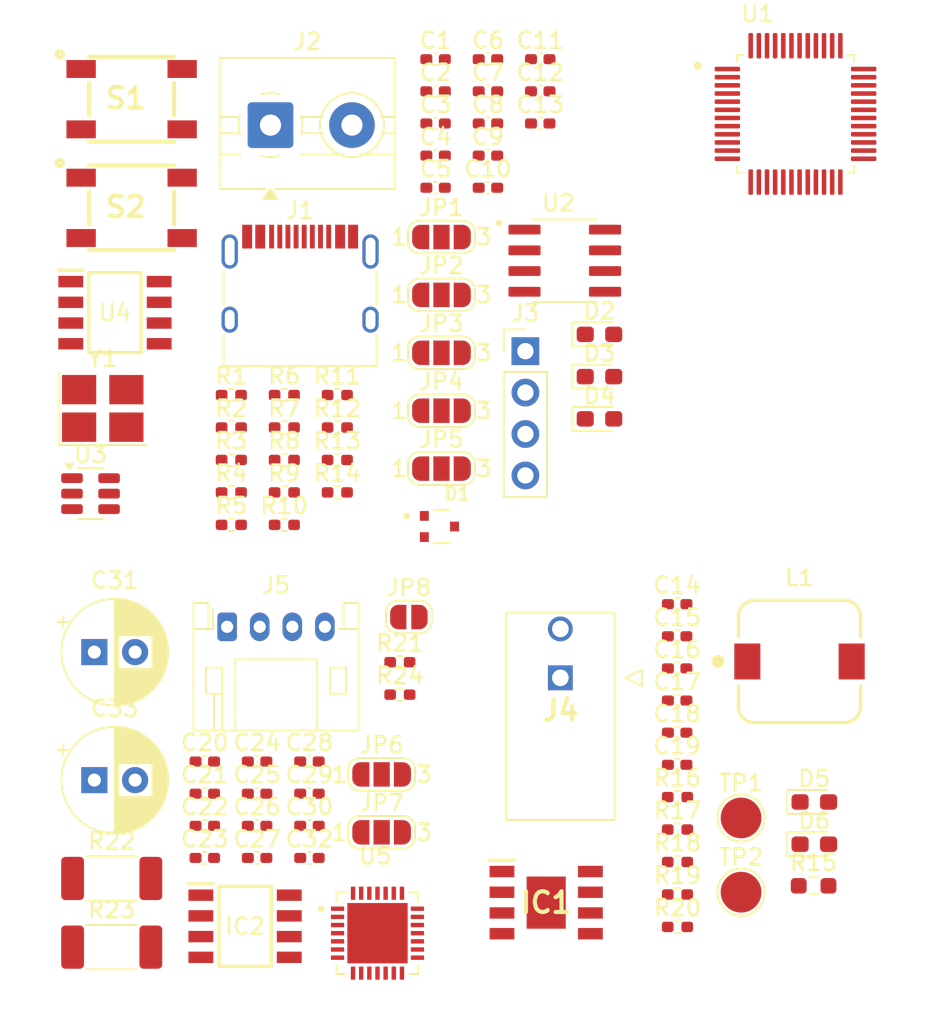
<source format=kicad_pcb>
(kicad_pcb (version 20240108) (generator "pcbnew") (generator_version "8.0")
  (layers (0 "F.Cu" signal) (31 "B.Cu" signal) (34 "B.Paste" user) (35 "F.Paste" user) (36 "B.SilkS" user "B.Silkscreen") (37 "F.SilkS" user "F.Silkscreen") (38 "B.Mask" user) (39 "F.Mask" user) (44 "Edge.Cuts" user))
  (net 0 "")
  (net 1 "+3.3V")
  (net 2 "GND")
  (net 3 "Net-(U3-VBUS)")
  (net 4 "/OSC_IN")
  (net 5 "/OSC_OUT")
  (net 6 "/NRST")
  (net 7 "+12V")
  (net 8 "Net-(IC1-SW)")
  (net 9 "Net-(IC1-BOOT)")
  (net 10 "Net-(C17-Pad1)")
  (net 11 "Net-(IC1-COMP)")
  (net 12 "Net-(U5-CPO)")
  (net 13 "Net-(U5-CPI)")
  (net 14 "Net-(U5-VCP)")
  (net 15 "Net-(U5-5VOUT)")
  (net 16 "/Stepper_Motor_Control/B1")
  (net 17 "/Stepper_Motor_Control/B2")
  (net 18 "/Stepper_Motor_Control/A1")
  (net 19 "/Stepper_Motor_Control/A2")
  (net 20 "Net-(J2-Pin_1)")
  (net 21 "Net-(J2-Pin_2)")
  (net 22 "Net-(D2-K)")
  (net 23 "Net-(D3-K)")
  (net 24 "Net-(D4-K)")
  (net 25 "Net-(D5-A)")
  (net 26 "Net-(D6-A)")
  (net 27 "Net-(IC1-FB)")
  (net 28 "Net-(IC1-EN)")
  (net 29 "/SDA")
  (net 31 "/SCL")
  (net 33 "/MCU_Peripherals/USB2_D+")
  (net 34 "/MCU_Peripherals/USB2_D-")
  (net 35 "Net-(J1-CC1)")
  (net 37 "Net-(J1-CC2)")
  (net 39 "/SWDIO")
  (net 40 "/SWCLK")
  (net 41 "/BOOT0")
  (net 42 "/BOOT1")
  (net 43 "/MCU_Peripherals/E0")
  (net 44 "/MCU_Peripherals/E1")
  (net 45 "/MCU_Peripherals/E2")
  (net 46 "Net-(JP6-C)")
  (net 47 "Net-(JP7-C)")
  (net 48 "/DIAG")
  (net 49 "Net-(JP8-A)")
  (net 50 "Net-(U2-RS)")
  (net 51 "/USB0_D-")
  (net 52 "/MCU_Peripherals/USB1_D-")
  (net 53 "/MCU_Peripherals/USB1_D+")
  (net 54 "/USB0_D+")
  (net 55 "/R_LED")
  (net 56 "/B_LED")
  (net 57 "/G_LED")
  (net 58 "/U_BUTTON")
  (net 59 "Net-(U5-STDBY)")
  (net 60 "Net-(U5-BRB)")
  (net 61 "Net-(U5-BRA)")
  (net 62 "/UART2_RX")
  (net 63 "/UART2_TX")
  (net 65 "/CAN_RX")
  (net 66 "/CAN_TX")
  (net 67 "/WC_EEPROM")
  (net 70 "/DIR")
  (net 71 "/STEP")
  (footprint "Package_TO_SOT_SMD:SOT-23-6" (layer "F.Cu") (at -52.2575 49.615)
    (property "Reference" "U3" (at 0 -2.4 0) (layer "F.SilkS"))
    (property "Value" "USBLC6-2SC6")
    (pad "1" smd roundrect (at -1.1375 -0.95) (size 1.325 0.6) (layers "F.Cu" "F.Paste" "F.Mask") (net 34 "/MCU_Peripherals/USB2_D-"))
    (pad "2" smd roundrect (at -1.1375 0) (size 1.325 0.6) (layers "F.Cu" "F.Paste" "F.Mask") (net 2 "GND"))
    (pad "3" smd roundrect (at -1.1375 0.95) (size 1.325 0.6) (layers "F.Cu" "F.Paste" "F.Mask") (net 33 "/MCU_Peripherals/USB2_D+"))
    (pad "4" smd roundrect (at 1.1375 0.95) (size 1.325 0.6) (layers "F.Cu" "F.Paste" "F.Mask") (net 53 "/MCU_Peripherals/USB1_D+"))
    (pad "5" smd roundrect (at 1.1375 0) (size 1.325 0.6) (layers "F.Cu" "F.Paste" "F.Mask") (net 3 "Net-(U3-VBUS)"))
    (pad "6" smd roundrect (at 1.1375 -0.95) (size 1.325 0.6) (layers "F.Cu" "F.Paste" "F.Mask") (net 52 "/MCU_Peripherals/USB1_D-"))
  )
  (footprint "KSZ_KiCad_Footprint_Library:QFP50P900X900X160-48N" (layer "F.Cu") (at -9.006 26.333)
    (property "Reference" "U1" (at -2.325 -6.135 0) (layer "F.SilkS"))
    (property "Value" "~")
    (pad "1" smd roundrect (at -4.18 -2.75) (size 1.56 0.28) (layers "F.Cu" "F.Paste" "F.Mask") (net 1 "+3.3V"))
    (pad "2" smd roundrect (at -4.18 -2.25) (size 1.56 0.28) (layers "F.Cu" "F.Paste" "F.Mask"))
    (pad "3" smd roundrect (at -4.18 -1.75) (size 1.56 0.28) (layers "F.Cu" "F.Paste" "F.Mask"))
    (pad "4" smd roundrect (at -4.18 -1.25) (size 1.56 0.28) (layers "F.Cu" "F.Paste" "F.Mask"))
    (pad "5" smd roundrect (at -4.18 -0.75) (size 1.56 0.28) (layers "F.Cu" "F.Paste" "F.Mask") (net 4 "/OSC_IN"))
    (pad "6" smd roundrect (at -4.18 -0.25) (size 1.56 0.28) (layers "F.Cu" "F.Paste" "F.Mask") (net 5 "/OSC_OUT"))
    (pad "7" smd roundrect (at -4.18 0.25) (size 1.56 0.28) (layers "F.Cu" "F.Paste" "F.Mask") (net 6 "/NRST"))
    (pad "8" smd roundrect (at -4.18 0.75) (size 1.56 0.28) (layers "F.Cu" "F.Paste" "F.Mask") (net 2 "GND"))
    (pad "9" smd roundrect (at -4.18 1.25) (size 1.56 0.28) (layers "F.Cu" "F.Paste" "F.Mask") (net 1 "+3.3V"))
    (pad "10" smd roundrect (at -4.18 1.75) (size 1.56 0.28) (layers "F.Cu" "F.Paste" "F.Mask"))
    (pad "11" smd roundrect (at -4.18 2.25) (size 1.56 0.28) (layers "F.Cu" "F.Paste" "F.Mask"))
    (pad "12" smd roundrect (at -4.18 2.75) (size 1.56 0.28) (layers "F.Cu" "F.Paste" "F.Mask") (net 63 "/UART2_TX"))
    (pad "13" smd roundrect (at -2.75 4.18) (size 0.28 1.56) (layers "F.Cu" "F.Paste" "F.Mask") (net 62 "/UART2_RX"))
    (pad "14" smd roundrect (at -2.25 4.18) (size 0.28 1.56) (layers "F.Cu" "F.Paste" "F.Mask"))
    (pad "15" smd roundrect (at -1.75 4.18) (size 0.28 1.56) (layers "F.Cu" "F.Paste" "F.Mask"))
    (pad "16" smd roundrect (at -1.25 4.18) (size 0.28 1.56) (layers "F.Cu" "F.Paste" "F.Mask"))
    (pad "17" smd roundrect (at -0.75 4.18) (size 0.28 1.56) (layers "F.Cu" "F.Paste" "F.Mask"))
    (pad "18" smd roundrect (at -0.25 4.18) (size 0.28 1.56) (layers "F.Cu" "F.Paste" "F.Mask") (net 71 "/STEP"))
    (pad "19" smd roundrect (at 0.25 4.18) (size 0.28 1.56) (layers "F.Cu" "F.Paste" "F.Mask"))
    (pad "20" smd roundrect (at 0.75 4.18) (size 0.28 1.56) (layers "F.Cu" "F.Paste" "F.Mask") (net 42 "/BOOT1"))
    (pad "21" smd roundrect (at 1.25 4.18) (size 0.28 1.56) (layers "F.Cu" "F.Paste" "F.Mask") (net 67 "/WC_EEPROM"))
    (pad "22" smd roundrect (at 1.75 4.18) (size 0.28 1.56) (layers "F.Cu" "F.Paste" "F.Mask") (net 48 "/DIAG"))
    (pad "23" smd roundrect (at 2.25 4.18) (size 0.28 1.56) (layers "F.Cu" "F.Paste" "F.Mask") (net 2 "GND"))
    (pad "24" smd roundrect (at 2.75 4.18) (size 0.28 1.56) (layers "F.Cu" "F.Paste" "F.Mask") (net 1 "+3.3V"))
    (pad "25" smd roundrect (at 4.18 2.75) (size 1.56 0.28) (layers "F.Cu" "F.Paste" "F.Mask") (net 70 "/DIR"))
    (pad "26" smd roundrect (at 4.18 2.25) (size 1.56 0.28) (layers "F.Cu" "F.Paste" "F.Mask") (net 57 "/G_LED"))
    (pad "27" smd roundrect (at 4.18 1.75) (size 1.56 0.28) (layers "F.Cu" "F.Paste" "F.Mask") (net 56 "/B_LED"))
    (pad "28" smd roundrect (at 4.18 1.25) (size 1.56 0.28) (layers "F.Cu" "F.Paste" "F.Mask") (net 55 "/R_LED"))
    (pad "29" smd roundrect (at 4.18 0.75) (size 1.56 0.28) (layers "F.Cu" "F.Paste" "F.Mask") (net 66 "/CAN_TX"))
    (pad "30" smd roundrect (at 4.18 0.25) (size 1.56 0.28) (layers "F.Cu" "F.Paste" "F.Mask") (net 65 "/CAN_RX"))
    (pad "31" smd roundrect (at 4.18 -0.25) (size 1.56 0.28) (layers "F.Cu" "F.Paste" "F.Mask"))
    (pad "32" smd roundrect (at 4.18 -0.75) (size 1.56 0.28) (layers "F.Cu" "F.Paste" "F.Mask") (net 51 "/USB0_D-"))
    (pad "33" smd roundrect (at 4.18 -1.25) (size 1.56 0.28) (layers "F.Cu" "F.Paste" "F.Mask") (net 54 "/USB0_D+"))
    (pad "34" smd roundrect (at 4.18 -1.75) (size 1.56 0.28) (layers "F.Cu" "F.Paste" "F.Mask") (net 39 "/SWDIO"))
    (pad "35" smd roundrect (at 4.18 -2.25) (size 1.56 0.28) (layers "F.Cu" "F.Paste" "F.Mask") (net 2 "GND"))
    (pad "36" smd roundrect (at 4.18 -2.75) (size 1.56 0.28) (layers "F.Cu" "F.Paste" "F.Mask") (net 1 "+3.3V"))
    (pad "37" smd roundrect (at 2.75 -4.18) (size 0.28 1.56) (layers "F.Cu" "F.Paste" "F.Mask") (net 40 "/SWCLK"))
    (pad "38" smd roundrect (at 2.25 -4.18) (size 0.28 1.56) (layers "F.Cu" "F.Paste" "F.Mask"))
    (pad "39" smd roundrect (at 1.75 -4.18) (size 0.28 1.56) (layers "F.Cu" "F.Paste" "F.Mask"))
    (pad "40" smd roundrect (at 1.25 -4.18) (size 0.28 1.56) (layers "F.Cu" "F.Paste" "F.Mask"))
    (pad "41" smd roundrect (at 0.75 -4.18) (size 0.28 1.56) (layers "F.Cu" "F.Paste" "F.Mask"))
    (pad "42" smd roundrect (at 0.25 -4.18) (size 0.28 1.56) (layers "F.Cu" "F.Paste" "F.Mask") (net 31 "/SCL"))
    (pad "43" smd roundrect (at -0.25 -4.18) (size 0.28 1.56) (layers "F.Cu" "F.Paste" "F.Mask") (net 29 "/SDA"))
    (pad "44" smd roundrect (at -0.75 -4.18) (size 0.28 1.56) (layers "F.Cu" "F.Paste" "F.Mask") (net 41 "/BOOT0"))
    (pad "45" smd roundrect (at -1.25 -4.18) (size 0.28 1.56) (layers "F.Cu" "F.Paste" "F.Mask"))
    (pad "46" smd roundrect (at -1.75 -4.18) (size 0.28 1.56) (layers "F.Cu" "F.Paste" "F.Mask") (net 58 "/U_BUTTON"))
    (pad "47" smd roundrect (at -2.25 -4.18) (size 0.28 1.56) (layers "F.Cu" "F.Paste" "F.Mask") (net 2 "GND"))
    (pad "48" smd roundrect (at -2.75 -4.18) (size 0.28 1.56) (layers "F.Cu" "F.Paste" "F.Mask") (net 1 "+3.3V"))
  )
  (footprint "LED_SMD:LED_0603_1608Metric_Pad1.05x0.95mm_HandSolder" (layer "F.Cu") (at -7.8525 68.52)
    (property "Reference" "D5" (at 0 -1.43 0) (layer "F.SilkS"))
    (property "Value" "LED")
    (pad "1" smd roundrect (at -0.875 0) (size 1.05 0.95) (layers "F.Cu" "F.Paste" "F.Mask") (net 2 "GND"))
    (pad "2" smd roundrect (at 0.875 0) (size 1.05 0.95) (layers "F.Cu" "F.Paste" "F.Mask") (net 25 "Net-(D5-A)"))
  )
  (footprint "Capacitor_SMD:C_0402_1005Metric_Pad0.74x0.62mm_HandSolder" (layer "F.Cu") (at -38.8275 69.98)
    (property "Reference" "C30" (at 0 -1.16 0) (layer "F.SilkS"))
    (property "Value" "470pF")
    (pad "1" smd roundrect (at -0.5675 0) (size 0.735 0.62) (layers "F.Cu" "F.Paste" "F.Mask") (net 18 "/Stepper_Motor_Control/A1"))
    (pad "2" smd roundrect (at 0.5675 0) (size 0.735 0.62) (layers "F.Cu" "F.Paste" "F.Mask") (net 2 "GND"))
  )
  (footprint "Resistor_SMD:R_0402_1005Metric_Pad0.72x0.64mm_HandSolder" (layer "F.Cu") (at -43.6175 51.53)
    (property "Reference" "R5" (at 0 -1.17 0) (layer "F.SilkS"))
    (property "Value" "120R")
    (pad "1" smd roundrect (at -0.5975 0) (size 0.715 0.64) (layers "F.Cu" "F.Paste" "F.Mask") (net 20 "Net-(J2-Pin_1)"))
    (pad "2" smd roundrect (at 0.5975 0) (size 0.715 0.64) (layers "F.Cu" "F.Paste" "F.Mask") (net 21 "Net-(J2-Pin_2)"))
  )
  (footprint "Resistor_SMD:R_0402_1005Metric_Pad0.72x0.64mm_HandSolder" (layer "F.Cu") (at -16.2475 72.2)
    (property "Reference" "R18" (at 0 -1.17 0) (layer "F.SilkS"))
    (property "Value" "13k")
    (pad "1" smd roundrect (at -0.5975 0) (size 0.715 0.64) (layers "F.Cu" "F.Paste" "F.Mask") (net 27 "Net-(IC1-FB)"))
    (pad "2" smd roundrect (at 0.5975 0) (size 0.715 0.64) (layers "F.Cu" "F.Paste" "F.Mask") (net 2 "GND"))
  )
  (footprint "TestPoint:TestPoint_Pad_D2.5mm" (layer "F.Cu") (at -12.3475 74.05)
    (property "Reference" "TP2" (at 0 -2.148 0) (layer "F.SilkS"))
    (property "Value" "3.3V")
    (pad "1" smd circle (at 0 0) (size 2.5 2.5) (layers "F.Cu" "F.Mask") (net 1 "+3.3V"))
  )
  (footprint "Capacitor_SMD:C_0402_1005Metric_Pad0.74x0.62mm_HandSolder" (layer "F.Cu") (at -16.2675 62.3)
    (property "Reference" "C17" (at 0 -1.16 0) (layer "F.SilkS"))
    (property "Value" "10nF")
    (pad "1" smd roundrect (at -0.5675 0) (size 0.735 0.62) (layers "F.Cu" "F.Paste" "F.Mask") (net 10 "Net-(C17-Pad1)"))
    (pad "2" smd roundrect (at 0.5675 0) (size 0.735 0.62) (layers "F.Cu" "F.Paste" "F.Mask") (net 11 "Net-(IC1-COMP)"))
  )
  (footprint "Resistor_SMD:R_0402_1005Metric_Pad0.72x0.64mm_HandSolder" (layer "F.Cu") (at -43.6175 45.56)
    (property "Reference" "R2" (at 0 -1.17 0) (layer "F.SilkS"))
    (property "Value" "5.1k")
    (pad "1" smd roundrect (at -0.5975 0) (size 0.715 0.64) (layers "F.Cu" "F.Paste" "F.Mask") (net 37 "Net-(J1-CC2)"))
    (pad "2" smd roundrect (at 0.5975 0) (size 0.715 0.64) (layers "F.Cu" "F.Paste" "F.Mask") (net 2 "GND"))
  )
  (footprint "KSZ_KiCad_Footprint_Library:TVS_PESD2CANFD24V-UX" (layer "F.Cu") (at -30.8525 51.63)
    (property "Reference" "D1" (at 1.09 -2.008 0) (layer "F.SilkS") (effects (font (size 0.8 0.8))))
    (property "Value" "PESD2CANFD24V-UX")
    (pad "1" smd rect (at -0.925 -0.65) (size 0.55 0.6) (layers "F.Cu" "F.Mask") (net 21 "Net-(J2-Pin_2)"))
    (pad "2" smd rect (at -0.925 0.65) (size 0.55 0.6) (layers "F.Cu" "F.Mask") (net 20 "Net-(J2-Pin_1)"))
    (pad "3" smd rect (at 0.925 0) (size 0.55 0.6) (layers "F.Cu" "F.Mask") (net 2 "GND"))
  )
  (footprint "Capacitor_SMD:C_0402_1005Metric_Pad0.74x0.62mm_HandSolder" (layer "F.Cu") (at -24.6675 22.98)
    (property "Reference" "C11" (at 0 -1.16 0) (layer "F.SilkS"))
    (property "Value" "C")
    (pad "1" smd roundrect (at -0.5675 0) (size 0.735 0.62) (layers "F.Cu" "F.Paste" "F.Mask") (net 5 "/OSC_OUT"))
    (pad "2" smd roundrect (at 0.5675 0) (size 0.735 0.62) (layers "F.Cu" "F.Paste" "F.Mask") (net 2 "GND"))
  )
  (footprint "Jumper:SolderJumper-3_P1.3mm_Open_RoundedPad1.0x1.5mm_NumberLabels" (layer "F.Cu") (at -30.7275 44.53)
    (property "Reference" "JP4" (at 0 -1.8 0) (layer "F.SilkS"))
    (property "Value" "SolderJumper_3_Open")
    (fp_text user "3" (at 2.6 0 0) (layer "F.SilkS"))
    (fp_text user "1" (at -2.6 0 0) (layer "F.SilkS"))
    (pad "1" smd custom (at -1.3 0) (size 1 0.5) (layers "F.Cu" "F.Mask") (net 1 "+3.3V") (options (clearance outline) (anchor rect)) (primitives (gr_circle (center 0 0.25) (end 0.5 0.25) (width 0) (fill yes)) (gr_circle (center 0 -0.25) (end 0.5 -0.25) (width 0) (fill yes)) (gr_poly (pts (xy 0.55 0.75) (xy 0 0.75) (xy 0 -0.75) (xy 0.55 -0.75)) (width 0) (fill yes))))
    (pad "2" smd rect (at 0 0) (size 1 1.5) (layers "F.Cu" "F.Mask") (net 44 "/MCU_Peripherals/E1"))
    (pad "3" smd custom (at 1.3 0) (size 1 0.5) (layers "F.Cu" "F.Mask") (net 2 "GND") (options (clearance outline) (anchor rect)) (primitives (gr_circle (center 0 0.25) (end 0.5 0.25) (width 0) (fill yes)) (gr_circle (center 0 -0.25) (end 0.5 -0.25) (width 0) (fill yes)) (gr_poly (pts (xy 0 0.75) (xy -0.55 0.75) (xy -0.55 -0.75) (xy 0 -0.75)) (width 0) (fill yes))))
  )
  (footprint "KSZ_KiCad_Footprint_Library:43045-02YY" (layer "F.Cu") (at -23.4325 60.9092)
    (property "Reference" "J4" (at 0 2 0) (layer "F.SilkS") (effects (font (size 1.27 1.27) (thickness 0.254))))
    (property "Value" "43045-0200" (hide yes))
    (pad "" np_thru_hole circle (at 0 4.32) (size 3 3) (drill 3) (layers "*.Cu" "*.Mask"))
    (pad "1" thru_hole rect (at 0 0) (size 1.52 1.52) (drill 1.02) (layers "*.Cu" "*.Mask") (net 2 "GND"))
    (pad "2" thru_hole circle (at 0 -3) (size 1.52 1.52) (drill 1.02) (layers "*.Cu" "*.Mask") (net 7 "+12V"))
  )
  (footprint "Resistor_SMD:R_0402_1005Metric_Pad0.72x0.64mm_HandSolder" (layer "F.Cu") (at -37.1175 45.56)
    (property "Reference" "R12" (at 0 -1.17 0) (layer "F.SilkS"))
    (property "Value" "4.7k")
    (pad "1" smd roundrect (at -0.5975 0) (size 0.715 0.64) (layers "F.Cu" "F.Paste" "F.Mask") (net 1 "+3.3V"))
    (pad "2" smd roundrect (at 0.5975 0) (size 0.715 0.64) (layers "F.Cu" "F.Paste" "F.Mask") (net 31 "/SCL"))
  )
  (footprint "Jumper:SolderJumper-3_P1.3mm_Open_RoundedPad1.0x1.5mm_NumberLabels" (layer "F.Cu") (at -30.7275 48.08)
    (property "Reference" "JP5" (at 0 -1.8 0) (layer "F.SilkS"))
    (property "Value" "SolderJumper_3_Open")
    (fp_text user "1" (at -2.6 0 0) (layer "F.SilkS"))
    (fp_text user "3" (at 2.6 0 0) (layer "F.SilkS"))
    (pad "1" smd custom (at -1.3 0) (size 1 0.5) (layers "F.Cu" "F.Mask") (net 1 "+3.3V") (options (clearance outline) (anchor rect)) (primitives (gr_circle (center 0 0.25) (end 0.5 0.25) (width 0) (fill yes)) (gr_circle (center 0 -0.25) (end 0.5 -0.25) (width 0) (fill yes)) (gr_poly (pts (xy 0.55 0.75) (xy 0 0.75) (xy 0 -0.75) (xy 0.55 -0.75)) (width 0) (fill yes))))
    (pad "2" smd rect (at 0 0) (size 1 1.5) (layers "F.Cu" "F.Mask") (net 45 "/MCU_Peripherals/E2"))
    (pad "3" smd custom (at 1.3 0) (size 1 0.5) (layers "F.Cu" "F.Mask") (net 2 "GND") (options (clearance outline) (anchor rect)) (primitives (gr_circle (center 0 0.25) (end 0.5 0.25) (width 0) (fill yes)) (gr_circle (center 0 -0.25) (end 0.5 -0.25) (width 0) (fill yes)) (gr_poly (pts (xy 0 0.75) (xy -0.55 0.75) (xy -0.55 -0.75) (xy 0 -0.75)) (width 0) (fill yes))))
  )
  (footprint "Resistor_SMD:R_0402_1005Metric_Pad0.72x0.64mm_HandSolder" (layer "F.Cu") (at -40.3675 43.57)
    (property "Reference" "R6" (at 0 -1.17 0) (layer "F.SilkS"))
    (property "Value" "0R")
    (pad "1" smd roundrect (at -0.5975 0) (size 0.715 0.64) (layers "F.Cu" "F.Paste" "F.Mask") (net 52 "/MCU_Peripherals/USB1_D-"))
    (pad "2" smd roundrect (at 0.5975 0) (size 0.715 0.64) (layers "F.Cu" "F.Paste" "F.Mask") (net 51 "/USB0_D-"))
  )
  (footprint "Capacitor_SMD:C_0402_1005Metric_Pad0.74x0.62mm_HandSolder" (layer "F.Cu") (at -31.0875 24.95)
    (property "Reference" "C2" (at 0 -1.16 0) (layer "F.SilkS"))
    (property "Value" "100nF")
    (pad "1" smd roundrect (at -0.5675 0) (size 0.735 0.62) (layers "F.Cu" "F.Paste" "F.Mask") (net 1 "+3.3V"))
    (pad "2" smd roundrect (at 0.5675 0) (size 0.735 0.62) (layers "F.Cu" "F.Paste" "F.Mask") (net 2 "GND"))
  )
  (footprint "Capacitor_SMD:C_0402_1005Metric_Pad0.74x0.62mm_HandSolder" (layer "F.Cu") (at -16.2675 56.39)
    (property "Reference" "C14" (at 0 -1.16 0) (layer "F.SilkS"))
    (property "Value" "0.1uF")
    (pad "1" smd roundrect (at -0.5675 0) (size 0.735 0.62) (layers "F.Cu" "F.Paste" "F.Mask") (net 2 "GND"))
    (pad "2" smd roundrect (at 0.5675 0) (size 0.735 0.62) (layers "F.Cu" "F.Paste" "F.Mask") (net 7 "+12V"))
  )
  (footprint "KSZ_KiCad_Footprint_Library:SOIC127P599X175-8N" (layer "F.Cu") (at -23.1625 35.3325)
    (property "Reference" "U2" (at -0.385 -3.537 0) (layer "F.SilkS"))
    (property "Value" "SN65HVD230DR")
    (pad "1" smd roundrect (at -2.47 -1.905) (size 1.97 0.6) (layers "F.Cu" "F.Paste" "F.Mask") (roundrect_rratio 0.125) (net 66 "/CAN_TX"))
    (pad "2" smd roundrect (at -2.47 -0.635) (size 1.97 0.6) (layers "F.Cu" "F.Paste" "F.Mask") (roundrect_rratio 0.125) (net 2 "GND"))
    (pad "3" smd roundrect (at -2.47 0.635) (size 1.97 0.6) (layers "F.Cu" "F.Paste" "F.Mask") (roundrect_rratio 0.125) (net 1 "+3.3V"))
    (pad "4" smd roundrect (at -2.47 1.905) (size 1.97 0.6) (layers "F.Cu" "F.Paste" "F.Mask") (roundrect_rratio 0.125) (net 65 "/CAN_RX"))
    (pad "5" smd roundrect (at 2.47 1.905) (size 1.97 0.6) (layers "F.Cu" "F.Paste" "F.Mask") (roundrect_rratio 0.125))
    (pad "6" smd roundrect (at 2.47 0.635) (size 1.97 0.6) (layers "F.Cu" "F.Paste" "F.Mask") (roundrect_rratio 0.125) (net 21 "Net-(J2-Pin_2)"))
    (pad "7" smd roundrect (at 2.47 -0.635) (size 1.97 0.6) (layers "F.Cu" "F.Paste" "F.Mask") (roundrect_rratio 0.125) (net 20 "Net-(J2-Pin_1)"))
    (pad "8" smd roundrect (at 2.47 -1.905) (size 1.97 0.6) (layers "F.Cu" "F.Paste" "F.Mask") (roundrect_rratio 0.125) (net 50 "Net-(U2-RS)"))
  )
  (footprint "Resistor_SMD:R_0402_1005Metric_Pad0.72x0.64mm_HandSolder" (layer "F.Cu") (at -40.3675 45.56)
    (property "Reference" "R7" (at 0 -1.17 0) (layer "F.SilkS"))
    (property "Value" "0R")
    (pad "1" smd roundrect (at -0.5975 0) (size 0.715 0.64) (layers "F.Cu" "F.Paste" "F.Mask") (net 53 "/MCU_Peripherals/USB1_D+"))
    (pad "2" smd roundrect (at 0.5975 0) (size 0.715 0.64) (layers "F.Cu" "F.Paste" "F.Mask") (net 54 "/USB0_D+"))
  )
  (footprint "Capacitor_SMD:C_0402_1005Metric_Pad0.74x0.62mm_HandSolder" (layer "F.Cu") (at -42.0375 68.01)
    (property "Reference" "C25" (at 0 -1.16 0) (layer "F.SilkS"))
    (property "Value" "100nF")
    (pad "1" smd roundrect (at -0.5675 0) (size 0.735 0.62) (layers "F.Cu" "F.Paste" "F.Mask") (net 7 "+12V"))
    (pad "2" smd roundrect (at 0.5675 0) (size 0.735 0.62) (layers "F.Cu" "F.Paste" "F.Mask") (net 2 "GND"))
  )
  (footprint "Capacitor_SMD:C_0402_1005Metric_Pad0.74x0.62mm_HandSolder" (layer "F.Cu") (at -16.2675 60.33)
    (property "Reference" "C16" (at 0 -1.16 0) (layer "F.SilkS"))
    (property "Value" "0.1uF")
    (pad "1" smd roundrect (at -0.5675 0) (size 0.735 0.62) (layers "F.Cu" "F.Paste" "F.Mask") (net 9 "Net-(IC1-BOOT)"))
    (pad "2" smd roundrect (at 0.5675 0) (size 0.735 0.62) (layers "F.Cu" "F.Paste" "F.Mask") (net 8 "Net-(IC1-SW)"))
  )
  (footprint "Capacitor_SMD:C_0402_1005Metric_Pad0.74x0.62mm_HandSolder" (layer "F.Cu") (at -27.8775 30.86)
    (property "Reference" "C10" (at 0 -1.16 0) (layer "F.SilkS"))
    (property "Value" "C")
    (pad "1" smd roundrect (at -0.5675 0) (size 0.735 0.62) (layers "F.Cu" "F.Paste" "F.Mask") (net 4 "/OSC_IN"))
    (pad "2" smd roundrect (at 0.5675 0) (size 0.735 0.62) (layers "F.Cu" "F.Paste" "F.Mask") (net 2 "GND"))
  )
  (footprint "Capacitor_SMD:C_0402_1005Metric_Pad0.74x0.62mm_HandSolder" (layer "F.Cu") (at -31.0875 22.98)
    (property "Reference" "C1" (at 0 -1.16 0) (layer "F.SilkS"))
    (property "Value" "100nF")
    (pad "1" smd roundrect (at -0.5675 0) (size 0.735 0.62) (layers "F.Cu" "F.Paste" "F.Mask") (net 1 "+3.3V"))
    (pad "2" smd roundrect (at 0.5675 0) (size 0.735 0.62) (layers "F.Cu" "F.Paste" "F.Mask") (net 2 "GND"))
  )
  (footprint "Capacitor_SMD:C_0402_1005Metric_Pad0.74x0.62mm_HandSolder" (layer "F.Cu") (at -42.0375 69.98)
    (property "Reference" "C26" (at 0 -1.16 0) (layer "F.SilkS"))
    (property "Value" "470pF")
    (pad "1" smd roundrect (at -0.5675 0) (size 0.735 0.62) (layers "F.Cu" "F.Paste" "F.Mask") (net 16 "/Stepper_Motor_Control/B1"))
    (pad "2" smd roundrect (at 0.5675 0) (size 0.735 0.62) (layers "F.Cu" "F.Paste" "F.Mask") (net 2 "GND"))
  )
  (footprint "Capacitor_SMD:C_0402_1005Metric_Pad0.74x0.62mm_HandSolder" (layer "F.Cu") (at -31.0875 26.92)
    (property "Reference" "C3" (at 0 -1.16 0) (layer "F.SilkS"))
    (property "Value" "100nF")
    (pad "1" smd roundrect (at -0.5675 0) (size 0.735 0.62) (layers "F.Cu" "F.Paste" "F.Mask") (net 1 "+3.3V"))
    (pad "2" smd roundrect (at 0.5675 0) (size 0.735 0.62) (layers "F.Cu" "F.Paste" "F.Mask") (net 2 "GND"))
  )
  (footprint "Jumper:SolderJumper-3_P1.3mm_Open_RoundedPad1.0x1.5mm_NumberLabels" (layer "F.Cu") (at -30.7275 37.43)
    (property "Reference" "JP2" (at 0 -1.8 0) (layer "F.SilkS"))
    (property "Value" "SolderJumper_3_Open")
    (fp_text user "3" (at 2.6 0 0) (layer "F.SilkS"))
    (fp_text user "1" (at -2.6 0 0) (layer "F.SilkS"))
    (pad "1" smd custom (at -1.3 0) (size 1 0.5) (layers "F.Cu" "F.Mask") (net 1 "+3.3V") (options (clearance outline) (anchor rect)) (primitives (gr_circle (center 0 0.25) (end 0.5 0.25) (width 0) (fill yes)) (gr_circle (center 0 -0.25) (end 0.5 -0.25) (width 0) (fill yes)) (gr_poly (pts (xy 0.55 0.75) (xy 0 0.75) (xy 0 -0.75) (xy 0.55 -0.75)) (width 0) (fill yes))))
    (pad "2" smd rect (at 0 0) (size 1 1.5) (layers "F.Cu" "F.Mask") (net 42 "/BOOT1"))
    (pad "3" smd custom (at 1.3 0) (size 1 0.5) (layers "F.Cu" "F.Mask") (net 2 "GND") (options (clearance outline) (anchor rect)) (primitives (gr_circle (center 0 0.25) (end 0.5 0.25) (width 0) (fill yes)) (gr_circle (center 0 -0.25) (end 0.5 -0.25) (width 0) (fill yes)) (gr_poly (pts (xy 0 0.75) (xy -0.55 0.75) (xy -0.55 -0.75) (xy 0 -0.75)) (width 0) (fill yes))))
  )
  (footprint "Jumper:SolderJumper-3_P1.3mm_Open_RoundedPad1.0x1.5mm_NumberLabels" (layer "F.Cu") (at -30.7275 33.88)
    (property "Reference" "JP1" (at 0 -1.8 0) (layer "F.SilkS"))
    (property "Value" "SolderJumper_3_Open")
    (fp_text user "3" (at 2.6 0 0) (layer "F.SilkS"))
    (fp_text user "1" (at -2.6 0 0) (layer "F.SilkS"))
    (pad "1" smd custom (at -1.3 0) (size 1 0.5) (layers "F.Cu" "F.Mask") (net 1 "+3.3V") (options (clearance outline) (anchor rect)) (primitives (gr_circle (center 0 0.25) (end 0.5 0.25) (width 0) (fill yes)) (gr_circle (center 0 -0.25) (end 0.5 -0.25) (width 0) (fill yes)) (gr_poly (pts (xy 0.55 0.75) (xy 0 0.75) (xy 0 -0.75) (xy 0.55 -0.75)) (width 0) (fill yes))))
    (pad "2" smd rect (at 0 0) (size 1 1.5) (layers "F.Cu" "F.Mask") (net 41 "/BOOT0"))
    (pad "3" smd custom (at 1.3 0) (size 1 0.5) (layers "F.Cu" "F.Mask") (net 2 "GND") (options (clearance outline) (anchor rect)) (primitives (gr_circle (center 0 0.25) (end 0.5 0.25) (width 0) (fill yes)) (gr_circle (center 0 -0.25) (end 0.5 -0.25) (width 0) (fill yes)) (gr_poly (pts (xy 0 0.75) (xy -0.55 0.75) (xy -0.55 -0.75) (xy 0 -0.75)) (width 0) (fill yes))))
  )
  (footprint "Resistor_SMD:R_0402_1005Metric_Pad0.72x0.64mm_HandSolder" (layer "F.Cu") (at -37.1175 43.57)
    (property "Reference" "R11" (at 0 -1.17 0) (layer "F.SilkS"))
    (property "Value" "4.7k")
    (pad "1" smd roundrect (at -0.5975 0) (size 0.715 0.64) (layers "F.Cu" "F.Paste" "F.Mask") (net 1 "+3.3V"))
    (pad "2" smd roundrect (at 0.5975 0) (size 0.715 0.64) (layers "F.Cu" "F.Paste" "F.Mask") (net 29 "/SDA"))
  )
  (footprint "Connector_USB:USB_C_Receptacle_HRO_TYPE-C-31-M-12" (layer "F.Cu") (at -39.3975 37.9)
    (property "Reference" "J1" (at 0 -5.645 0) (layer "F.SilkS"))
    (property "Value" "USB_C_Receptacle_USB2.0_16P")
    (pad "" np_thru_hole circle (at -2.89 -2.6) (size 0.65 0.65) (drill 0.65) (layers "*.Cu" "*.Mask"))
    (pad "" np_thru_hole circle (at 2.89 -2.6) (size 0.65 0.65) (drill 0.65) (layers "*.Cu" "*.Mask"))
    (pad "A1" smd rect (at -3.25 -4.045) (size 0.6 1.45) (layers "F.Cu" "F.Paste" "F.Mask") (net 2 "GND"))
    (pad "A4" smd rect (at -2.45 -4.045) (size 0.6 1.45) (layers "F.Cu" "F.Paste" "F.Mask") (net 3 "Net-(U3-VBUS)"))
    (pad "A5" smd rect (at -1.25 -4.045) (size 0.3 1.45) (layers "F.Cu" "F.Paste" "F.Mask") (net 35 "Net-(J1-CC1)"))
    (pad "A6" smd rect (at -0.25 -4.045) (size 0.3 1.45) (layers "F.Cu" "F.Paste" "F.Mask") (net 33 "/MCU_Peripherals/USB2_D+"))
    (pad "A7" smd rect (at 0.25 -4.045) (size 0.3 1.45) (layers "F.Cu" "F.Paste" "F.Mask") (net 34 "/MCU_Peripherals/USB2_D-"))
    (pad "A8" smd rect (at 1.25 -4.045) (size 0.3 1.45) (layers "F.Cu" "F.Paste" "F.Mask"))
    (pad "A9" smd rect (at 2.45 -4.045) (size 0.6 1.45) (layers "F.Cu" "F.Paste" "F.Mask") (net 3 "Net-(U3-VBUS)"))
    (pad "A12" smd rect (at 3.25 -4.045) (size 0.6 1.45) (layers "F.Cu" "F.Paste" "F.Mask") (net 2 "GND"))
    (pad "B1" smd rect (at 3.25 -4.045) (size 0.6 1.45) (layers "F.Cu" "F.Paste" "F.Mask") (net 2 "GND"))
    (pad "B4" smd rect (at 2.45 -4.045) (size 0.6 1.45) (layers "F.Cu" "F.Paste" "F.Mask") (net 3 "Net-(U3-VBUS)"))
    (pad "B5" smd rect (at 1.75 -4.045) (size 0.3 1.45) (layers "F.Cu" "F.Paste" "F.Mask") (net 37 "Net-(J1-CC2)"))
    (pad "B6" smd rect (at 0.75 -4.045) (size 0.3 1.45) (layers "F.Cu" "F.Paste" "F.Mask") (net 33 "/MCU_Peripherals/USB2_D+"))
    (pad "B7" smd rect (at -0.75 -4.045) (size 0.3 1.45) (layers "F.Cu" "F.Paste" "F.Mask") (net 34 "/MCU_Peripherals/USB2_D-"))
    (pad "B8" smd rect (at -1.75 -4.045) (size 0.3 1.45) (layers "F.Cu" "F.Paste" "F.Mask"))
    (pad "B9" smd rect (at -2.45 -4.045) (size 0.6 1.45) (layers "F.Cu" "F.Paste" "F.Mask") (net 3 "Net-(U3-VBUS)"))
    (pad "B12" smd rect (at -3.25 -4.045) (size 0.6 1.45) (layers "F.Cu" "F.Paste" "F.Mask") (net 2 "GND"))
    (pad "S1" thru_hole oval (at -4.32 -3.13) (size 1 2.1) (drill oval 0.6 1.7) (property pad_prop_heatsink) (layers "*.Cu" "*.Mask") (net 2 "GND"))
    (pad "S1" thru_hole oval (at -4.32 1.05) (size 1 1.6) (drill oval 0.6 1.2) (property pad_prop_heatsink) (layers "*.Cu" "*.Mask") (net 2 "GND"))
    (pad "S1" thru_hole oval (at 4.32 -3.13) (size 1 2.1) (drill oval 0.6 1.7) (property pad_prop_heatsink) (layers "*.Cu" "*.Mask") (net 2 "GND"))
    (pad "S1" thru_hole oval (at 4.32 1.05) (size 1 1.6) (drill oval 0.6 1.2) (property pad_prop_heatsink) (layers "*.Cu" "*.Mask") (net 2 "GND"))
  )
  (footprint "Jumper:SolderJumper-3_P1.3mm_Open_RoundedPad1.0x1.5mm_NumberLabels" (layer "F.Cu") (at -34.3975 66.83)
    (property "Reference" "JP6" (at 0 -1.8 0) (layer "F.SilkS"))
    (property "Value" "SolderJumper_3_Open")
    (fp_text user "1" (at -2.6 0 0) (layer "F.SilkS"))
    (fp_text user "3" (at 2.6 0 0) (layer "F.SilkS"))
    (pad "1" smd custom (at -1.3 0) (size 1 0.5) (layers "F.Cu" "F.Mask") (net 1 "+3.3V") (options (clearance outline) (anchor rect)) (primitives (gr_circle (center 0 0.25) (end 0.5 0.25) (width 0) (fill yes)) (gr_circle (center 0 -0.25) (end 0.5 -0.25) (width 0) (fill yes)) (gr_poly (pts (xy 0.55 0.75) (xy 0 0.75) (xy 0 -0.75) (xy 0.55 -0.75)) (width 0) (fill yes))))
    (pad "2" smd rect (at 0 0) (size 1 1.5) (layers "F.Cu" "F.Mask") (net 46 "Net-(JP6-C)"))
    (pad "3" smd custom (at 1.3 0) (size 1 0.5) (layers "F.Cu" "F.Mask") (net 2 "GND") (options (clearance outline) (anchor rect)) (primitives (gr_circle (center 0 0.25) (end 0.5 0.25) (width 0) (fill yes)) (gr_circle (center 0 -0.25) (end 0.5 -0.25) (width 0) (fill yes)) (gr_poly (pts (xy 0 0.75) (xy -0.55 0.75) (xy -0.55 -0.75) (xy 0 -0.75)) (width 0) (fill yes))))
  )
  (footprint "Resistor_SMD:R_0402_1005Metric_Pad0.72x0.64mm_HandSolder" (layer "F.Cu") (at -37.1175 49.54)
    (property "Reference" "R14" (at 0 -1.17 0) (layer "F.SilkS"))
    (property "Value" "10k")
    (pad "1" smd roundrect (at -0.5975 0) (size 0.715 0.64) (layers "F.Cu" "F.Paste" "F.Mask") (net 1 "+3.3V"))
    (pad "2" smd roundrect (at 0.5975 0) (size 0.715 0.64) (layers "F.Cu" "F.Paste" "F.Mask") (net 58 "/U_BUTTON"))
  )
  (footprint "KSZ_KiCad_Footprint_Library:SOIC127P600X175-8N" (layer "F.Cu") (at -42.7775 76.14)
    (property "Reference" "IC2" (at 0 0 0) (layer "F.SilkS"))
    (property "Value" "AS5600-ASOT")
    (pad "1" smd rect (at -2.712 -1.905) (size 1.525 0.7) (layers "F.Cu" "F.Paste" "F.Mask") (net 1 "+3.3V"))
    (pad "2" smd rect (at -2.712 -0.635) (size 1.525 0.7) (layers "F.Cu" "F.Paste" "F.Mask") (net 1 "+3.3V"))
    (pad "3" smd rect (at -2.712 0.635) (size 1.525 0.7) (layers "F.Cu" "F.Paste" "F.Mask"))
    (pad "4" smd rect (at -2.712 1.905) (size 1.525 0.7) (layers "F.Cu" "F.Paste" "F.Mask") (net 2 "GND"))
    (pad "5" smd rect (at 2.712 1.905) (size 1.525 0.7) (layers "F.Cu" "F.Paste" "F.Mask"))
    (pad "6" smd rect (at 2.712 0.635) (size 1.525 0.7) (layers "F.Cu" "F.Paste" "F.Mask") (net 29 "/SDA"))
    (pad "7" smd rect (at 2.712 -0.635) (size 1.525 0.7) (layers "F.Cu" "F.Paste" "F.Mask") (net 31 "/SCL"))
    (pad "8" smd rect (at 2.712 -1.905) (size 1.525 0.7) (layers "F.Cu" "F.Paste" "F.Mask") (net 2 "GND"))
  )
  (footprint "Capacitor_SMD:C_0402_1005Metric_Pad0.74x0.62mm_HandSolder" (layer "F.Cu") (at -38.8275 66.04)
    (property "Reference" "C28" (at 0 -1.16 0) (layer "F.SilkS"))
    (property "Value" "470pF")
    (pad "1" smd roundrect (at -0.5675 0) (size 0.735 0.62) (layers "F.Cu" "F.Paste" "F.Mask") (net 17 "/Stepper_Motor_Control/B2"))
    (pad "2" smd roundrect (at 0.5675 0) (size 0.735 0.62) (layers "F.Cu" "F.Paste" "F.Mask") (net 2 "GND"))
  )
  (footprint "Capacitor_SMD:C_0402_1005Metric_Pad0.74x0.62mm_HandSolder" (layer "F.Cu") (at -27.8775 22.98)
    (property "Reference" "C6" (at 0 -1.16 0) (layer "F.SilkS"))
    (property "Value" "100nF")
    (pad "1" smd roundrect (at -0.5675 0) (size 0.735 0.62) (layers "F.Cu" "F.Paste" "F.Mask") (net 1 "+3.3V"))
    (pad "2" smd roundrect (at 0.5675 0) (size 0.735 0.62) (layers "F.Cu" "F.Paste" "F.Mask") (net 2 "GND"))
  )
  (footprint "LED_SMD:LED_0603_1608Metric_Pad1.05x0.95mm_HandSolder" (layer "F.Cu") (at -7.8525 71.11)
    (property "Reference" "D6" (at 0 -1.43 0) (layer "F.SilkS"))
    (property "Value" "LED")
    (pad "1" smd roundrect (at -0.875 0) (size 1.05 0.95) (layers "F.Cu" "F.Paste" "F.Mask") (net 2 "GND"))
    (pad "2" smd roundrect (at 0.875 0) (size 1.05 0.95) (layers "F.Cu" "F.Paste" "F.Mask") (net 26 "Net-(D6-A)"))
  )
  (footprint "KSZ_KiCad_Footprint_Library:SKQGAKE010" (layer "F.Cu") (at -49.73483 25.43067)
    (property "Reference" "S1" (at -0.37 -0.055 0) (layer "F.SilkS") (effects (font (size 1.27 1.27) (thickness 0.254))))
    (property "Value" "SKQGAKE010" (hide yes))
    (pad "1" smd rect (at -3.1 -1.85 90) (size 1.1 1.8) (layers "F.Cu" "F.Paste" "F.Mask") (net 6 "/NRST"))
    (pad "2" smd rect (at 3.1 -1.85 90) (size 1.1 1.8) (layers "F.Cu" "F.Paste" "F.Mask") (net 6 "/NRST"))
    (pad "3" smd rect (at -3.1 1.85 90) (size 1.1 1.8) (layers "F.Cu" "F.Paste" "F.Mask") (net 2 "GND"))
    (pad "4" smd rect (at 3.1 1.85 90) (size 1.1 1.8) (layers "F.Cu" "F.Paste" "F.Mask") (net 2 "GND"))
  )
  (footprint "Connector_PinHeader_2.54mm:PinHeader_1x04_P2.54mm_Vertical" (layer "F.Cu") (at -25.5775 40.88)
    (property "Reference" "J3" (at 0 -2.33 0) (layer "F.SilkS"))
    (property "Value" "Conn_01x04_Pin")
    (pad "1" thru_hole rect (at 0 0) (size 1.7 1.7) (drill 1) (layers "*.Cu" "*.Mask") (net 2 "GND"))
    (pad "2" thru_hole oval (at 0 2.54) (size 1.7 1.7) (drill 1) (layers "*.Cu" "*.Mask") (net 39 "/SWDIO"))
    (pad "3" thru_hole oval (at 0 5.08) (size 1.7 1.7) (drill 1) (layers "*.Cu" "*.Mask") (net 40 "/SWCLK"))
    (pad "4" thru_hole oval (at 0 7.62) (size 1.7 1.7) (drill 1) (layers "*.Cu" "*.Mask") (net 1 "+3.3V"))
  )
  (footprint "Capacitor_SMD:C_0402_1005Metric_Pad0.74x0.62mm_HandSolder" (layer "F.Cu") (at -24.6675 24.95)
    (property "Reference" "C12" (at 0 -1.16 0) (layer "F.SilkS"))
    (property "Value" "100nF")
    (pad "1" smd roundrect (at -0.5675 0) (size 0.735 0.62) (layers "F.Cu" "F.Paste" "F.Mask") (net 1 "+3.3V"))
    (pad "2" smd roundrect (at 0.5675 0) (size 0.735 0.62) (layers "F.Cu" "F.Paste" "F.Mask") (net 2 "GND"))
  )
  (footprint "Resistor_SMD:R_0603_1608Metric_Pad0.98x0.95mm_HandSolder" (layer "F.Cu") (at -7.8975 73.66)
    (property "Reference" "R15" (at 0 -1.43 0) (layer "F.SilkS"))
    (property "Value" "240k")
    (pad "1" smd roundrect (at -0.9125 0) (size 0.975 0.95) (layers "F.Cu" "F.Paste" "F.Mask") (net 7 "+12V"))
    (pad "2" smd roundrect (at 0.9125 0) (size 0.975 0.95) (layers "F.Cu" "F.Paste" "F.Mask") (net 28 "Net-(IC1-EN)"))
  )
  (footprint "LED_SMD:LED_0603_1608Metric_Pad1.05x0.95mm_HandSolder" (layer "F.Cu") (at -21.0325 39.85)
    (property "Reference" "D2" (at 0 -1.43 0) (layer "F.SilkS"))
    (property "Value" "R_LED")
    (pad "1" smd roundrect (at -0.875 0) (size 1.05 0.95) (layers "F.Cu" "F.Paste" "F.Mask") (net 22 "Net-(D2-K)"))
    (pad "2" smd roundrect (at 0.875 0) (size 1.05 0.95) (layers "F.Cu" "F.Paste" "F.Mask") (net 1 "+3.3V"))
  )
  (footprint "Capacitor_SMD:C_0402_1005Metric_Pad0.74x0.62mm_HandSolder" (layer "F.Cu") (at -45.2475 68.01)
    (property "Reference" "C21" (at 0 -1.16 0) (layer "F.SilkS"))
    (property "Value" "22nF")
    (pad "1" smd roundrect (at -0.5675 0) (size 0.735 0.62) (layers "F.Cu" "F.Paste" "F.Mask") (net 13 "Net-(U5-CPI)"))
    (pad "2" smd roundrect (at 0.5675 0) (size 0.735 0.62) (layers "F.Cu" "F.Paste" "F.Mask") (net 12 "Net-(U5-CPO)"))
  )
  (footprint "KSZ_KiCad_Footprint_Library:SOIC127P600X100-9N" (layer "F.Cu") (at -24.3025 74.69)
    (property "Reference" "IC1" (at 0 0 0) (layer "F.SilkS") (effects (font (size 1.27 1.27) (thickness 0.254))))
    (property "Value" "BD9E303EFJ-LBE2" (hide yes))
    (pad "1" smd rect (at -2.712 -1.905 90) (size 0.7 1.525) (layers "F.Cu" "F.Paste" "F.Mask") (net 9 "Net-(IC1-BOOT)"))
    (pad "2" smd rect (at -2.712 -0.635 90) (size 0.7 1.525) (layers "F.Cu" "F.Paste" "F.Mask") (net 7 "+12V"))
    (pad "3" smd rect (at -2.712 0.635 90) (size 0.7 1.525) (layers "F.Cu" "F.Paste" "F.Mask") (net 28 "Net-(IC1-EN)"))
    (pad "4" smd rect (at -2.712 1.905 90) (size 0.7 1.525) (layers "F.Cu" "F.Paste" "F.Mask") (net 2 "GND"))
    (pad "5" smd rect (at 2.712 1.905 90) (size 0.7 1.525) (layers "F.Cu" "F.Paste" "F.Mask") (net 27 "Net-(IC1-FB)"))
    (pad "6" smd rect (at 2.712 0.635 90) (size 0.7 1.525) (layers "F.Cu" "F.Paste" "F.Mask") (net 11 "Net-(IC1-COMP)"))
    (pad "7" smd rect (at 2.712 -0.635 90) (size 0.7 1.525) (layers "F.Cu" "F.Paste" "F.Mask") (net 2 "GND"))
    (pad "8" smd rect (at 2.712 -1.905 90) (size 0.7 1.525) (layers "F.Cu" "F.Paste" "F.Mask") (net 8 "Net-(IC1-SW)"))
    (pad "9" smd rect (at 0 0) (size 2.4 3.2) (layers "F.Cu" "F.Paste" "F.Mask") (net 2 "GND"))
  )
  (footprint "TerminalBlock:TerminalBlock_MaiXu_MX126-5.0-02P_1x02_P5.00mm" (layer "F.Cu") (at -41.2175 27.02)
    (property "Reference" "J2" (at 2.25 -5.12 0) (layer "F.SilkS"))
    (property "Value" "Conn_01x02_Socket")
    (pad "1" thru_hole roundrect (at 0 0) (size 2.8 2.8) (drill 1.3) (layers "*.Cu" "*.Mask") (roundrect_rratio 0.089286) (net 20 "Net-(J2-Pin_1)"))
    (pad "2" thru_hole circle (at 5 0) (size 2.8 2.8) (drill 1.3) (layers "*.Cu" "*.Mask") (net 21 "Net-(J2-Pin_2)"))
  )
  (footprint "Resistor_SMD:R_0402_1005Metric_Pad0.72x0.64mm_HandSolder" (layer "F.Cu") (at -33.2775 59.95)
    (property "Reference" "R21" (at 0 -1.17 0) (layer "F.SilkS"))
    (property "Value" "100k")
    (pad "1" smd roundrect (at -0.5975 0) (size 0.715 0.64) (layers "F.Cu" "F.Paste" "F.Mask") (net 59 "Net-(U5-STDBY)"))
    (pad "2" smd roundrect (at 0.5975 0) (size 0.715 0.64) (layers "F.Cu" "F.Paste" "F.Mask") (net 2 "GND"))
  )
  (footprint "Jumper:SolderJumper-3_P1.3mm_Open_RoundedPad1.0x1.5mm_NumberLabels" (layer "F.Cu") (at -30.7275 40.98)
    (property "Reference" "JP3" (at 0 -1.8 0) (layer "F.SilkS"))
    (property "Value" "SolderJumper_3_Open")
    (fp_text user "3" (at 2.6 0 0) (layer "F.SilkS"))
    (fp_text user "1" (at -2.6 0 0) (layer "F.SilkS"))
    (pad "1" smd custom (at -1.3 0) (size 1 0.5) (layers "F.Cu" "F.Mask") (net 1 "+3.3V") (options (clearance outline) (anchor rect)) (primitives (gr_circle (center 0 0.25) (end 0.5 0.25) (width 0) (fill yes)) (gr_circle (center 0 -0.25) (end 0.5 -0.25) (width 0) (fill yes)) (gr_poly (pts (xy 0.55 0.75) (xy 0 0.75) (xy 0 -0.75) (xy 0.55 -0.75)) (width 0) (fill yes))))
    (pad "2" smd rect (at 0 0) (size 1 1.5) (layers "F.Cu" "F.Mask") (net 43 "/MCU_Peripherals/E0"))
    (pad "3" smd custom (at 1.3 0) (size 1 0.5) (layers "F.Cu" "F.Mask") (net 2 "GND") (options (clearance outline) (anchor rect)) (primitives (gr_circle (center 0 0.25) (end 0.5 0.25) (width 0) (fill yes)) (gr_circle (center 0 -0.25) (end 0.5 -0.25) (width 0) (fill yes)) (gr_poly (pts (xy 0 0.75) (xy -0.55 0.75) (xy -0.55 -0.75) (xy 0 -0.75)) (width 0) (fill yes))))
  )
  (footprint "Capacitor_SMD:C_0402_1005Metric_Pad0.74x0.62mm_HandSolder" (layer "F.Cu") (at -45.2475 69.98)
    (property "Reference" "C22" (at 0 -1.16 0) (layer "F.SilkS"))
    (property "Value" "100nF")
    (pad "1" smd roundrect (at -0.5675 0) (size 0.735 0.62) (layers "F.Cu" "F.Paste" "F.Mask") (net 7 "+12V"))
    (pad "2" smd roundrect (at 0.5675 0) (size 0.735 0.62) (layers "F.Cu" "F.Paste" "F.Mask") (net 14 "Net-(U5-VCP)"))
  )
  (footprint "KSZ_KiCad_Footprint_Library:WE-PD_7332" (layer "F.Cu") (at -8.7625 59.905)
    (property "Reference" "L1" (at 0 -5.135 0) (layer "F.SilkS"))
    (property "Value" "WE-PD_7332")
    (pad "1" smd rect (at -3.2 0) (size 1.6 2.2) (layers "F.Cu" "F.Paste" "F.Mask") (net 8 "Net-(IC1-SW)"))
    (pad "2" smd rect (at 3.2 0) (size 1.6 2.2) (layers "F.Cu" "F.Paste" "F.Mask") (net 1 "+3.3V"))
  )
  (footprint "Capacitor_SMD:C_0402_1005Metric_Pad0.74x0.62mm_HandSolder" (layer "F.Cu") (at -31.0875 28.89)
    (property "Reference" "C4" (at 0 -1.16 0) (layer "F.SilkS"))
    (property "Value" "10uF")
    (pad "1" smd roundrect (at -0.5675 0) (size 0.735 0.62) (layers "F.Cu" "F.Paste" "F.Mask") (net 1 "+3.3V"))
    (pad "2" smd roundrect (at 0.5675 0) (size 0.735 0.62) (layers "F.Cu" "F.Paste" "F.Mask") (net 2 "GND"))
  )
  (footprint "Capacitor_SMD:C_0402_1005Metric_Pad0.74x0.62mm_HandSolder" (layer "F.Cu") (at -27.8775 24.95)
    (property "Reference" "C7" (at 0 -1.16 0) (layer "F.SilkS"))
    (property "Value" "100nF")
    (pad "1" smd roundrect (at -0.5675 0) (size 0.735 0.62) (layers "F.Cu" "F.Paste" "F.Mask") (net 1 "+3.3V"))
    (pad "2" smd roundrect (at 0.5675 0) (size 0.735 0.62) (layers "F.Cu" "F.Paste" "F.Mask") (net 2 "GND"))
  )
  (footprint "Capacitor_THT:CP_Radial_D6.3mm_P2.50mm" (layer "F.Cu") (at -52.022259 59.33)
    (property "Reference" "C31" (at 1.25 -4.4 0) (layer "F.SilkS"))
    (property "Value" "330uF")
    (pad "1" thru_hole rect (at 0 0) (size 1.6 1.6) (drill 0.8) (layers "*.Cu" "*.Mask") (net 7 "+12V"))
    (pad "2" thru_hole circle (at 2.5 0) (size 1.6 1.6) (drill 0.8) (layers "*.Cu" "*.Mask") (net 2 "GND"))
  )
  (footprint "Capacitor_SMD:C_0402_1005Metric_Pad0.74x0.62mm_HandSolder" (layer "F.Cu") (at -42.0375 66.04)
    (property "Reference" "C24" (at 0 -1.16 0) (layer "F.SilkS"))
    (property "Value" "4.7uF")
    (pad "1" smd roundrect (at -0.5675 0) (size 0.735 0.62) (layers "F.Cu" "F.Paste" "F.Mask") (net 15 "Net-(U5-5VOUT)"))
    (pad "2" smd roundrect (at 0.5675 0) (size 0.735 0.62) (layers "F.Cu" "F.Paste" "F.Mask") (net 2 "GND"))
  )
  (footprint "Resistor_SMD:R_0402_1005Metric_Pad0.72x0.64mm_HandSolder" (layer "F.Cu") (at -16.2475 74.19)
    (property "Reference" "R19" (at 0 -1.17 0) (layer "F.SilkS"))
    (property "Value" "1.5k")
    (pad "1" smd roundrect (at -0.5975 0) (size 0.715 0.64) (layers "F.Cu" "F.Paste" "F.Mask") (net 1 "+3.3V"))
    (pad "2" smd roundrect (at 0.5975 0) (size 0.715 0.64) (layers "F.Cu" "F.Paste" "F.Mask") (net 25 "Net-(D5-A)"))
  )
  (footprint "TestPoint:TestPoint_Pad_D2.5mm" (layer "F.Cu") (at -12.3475 69.5)
    (property "Reference" "TP1" (at 0 -2.148 0) (layer "F.SilkS"))
    (property "Value" "12V")
    (pad "1" smd circle (at 0 0) (size 2.5 2.5) (layers "F.Cu" "F.Mask") (net 7 "+12V"))
  )
  (footprint "Resistor_SMD:R_0402_1005Metric_Pad0.72x0.64mm_HandSolder" (layer "F.Cu") (at -40.3675 47.55)
    (property "Reference" "R8" (at 0 -1.17 0) (layer "F.SilkS"))
    (property "Value" "1.5k")
    (pad "1" smd roundrect (at -0.5975 0) (size 0.715 0.64) (layers "F.Cu" "F.Paste" "F.Mask") (net 22 "Net-(D2-K)"))
    (pad "2" smd roundrect (at 0.5975 0) (size 0.715 0.64) (layers "F.Cu" "F.Paste" "F.Mask") (net 55 "/R_LED"))
  )
  (footprint "Capacitor_SMD:C_0402_1005Metric_Pad0.74x0.62mm_HandSolder" (layer "F.Cu") (at -31.0875 30.86)
    (property "Reference" "C5" (at 0 -1.16 0) (layer "F.SilkS"))
    (property "Value" "100nF")
    (pad "1" smd roundrect (at -0.5675 0) (size 0.735 0.62) (layers "F.Cu" "F.Paste" "F.Mask") (net 3 "Net-(U3-VBUS)"))
    (pad "2" smd roundrect (at 0.5675 0) (size 0.735 0.62) (layers "F.Cu" "F.Paste" "F.Mask") (net 2 "GND"))
  )
  (footprint "Capacitor_SMD:C_0402_1005Metric_Pad0.74x0.62mm_HandSolder" (layer "F.Cu") (at -27.8775 26.92)
    (property "Reference" "C8" (at 0 -1.16 0) (layer "F.SilkS"))
    (property "Value" "100nF")
    (pad "1" smd roundrect (at -0.5675 0) (size 0.735 0.62) (layers "F.Cu" "F.Paste" "F.Mask") (net 1 "+3.3V"))
    (pad "2" smd roundrect (at 0.5675 0) (size 0.735 0.62) (layers "F.Cu" "F.Paste" "F.Mask") (net 2 "GND"))
  )
  (footprint "KSZ_KiCad_Footprint_Library:QFN50P500X500X90-29N" (layer "F.Cu") (at -34.6525 76.565)
    (property "Reference" "U5" (at -0.135 -4.74 0) (layer "F.SilkS"))
    (property "Value" "TMC2209-LA")
    (pad "1" smd roundrect (at -2.45 -1.5) (size 0.81 0.27) (layers "F.Cu" "F.Paste" "F.Mask") (roundrect_rratio 0.125) (net 17 "/Stepper_Motor_Control/B2"))
    (pad "2" smd roundrect (at -2.45 -1) (size 0.81 0.27) (layers "F.Cu" "F.Paste" "F.Mask") (roundrect_rratio 0.125) (net 2 "GND"))
    (pad "3" smd roundrect (at -2.45 -0.5) (size 0.81 0.27) (layers "F.Cu" "F.Paste" "F.Mask") (roundrect_rratio 0.125) (net 2 "GND"))
    (pad "4" smd roundrect (at -2.45 0) (size 0.81 0.27) (layers "F.Cu" "F.Paste" "F.Mask") (roundrect_rratio 0.125) (net 12 "Net-(U5-CPO)"))
    (pad "5" smd roundrect (at -2.45 0.5) (size 0.81 0.27) (layers "F.Cu" "F.Paste" "F.Mask") (roundrect_rratio 0.125) (net 13 "Net-(U5-CPI)"))
    (pad "6" smd roundrect (at -2.45 1) (size 0.81 0.27) (layers "F.Cu" "F.Paste" "F.Mask") (roundrect_rratio 0.125) (net 14 "Net-(U5-VCP)"))
    (pad "7" smd roundrect (at -2.45 1.5) (size 0.81 0.27) (layers "F.Cu" "F.Paste" "F.Mask") (roundrect_rratio 0.125))
    (pad "8" smd roundrect (at -1.5 2.45) (size 0.27 0.81) (layers "F.Cu" "F.Paste" "F.Mask") (roundrect_rratio 0.125) (net 15 "Net-(U5-5VOUT)"))
    (pad "9" smd roundrect (at -1 2.45) (size 0.27 0.81) (layers "F.Cu" "F.Paste" "F.Mask") (roundrect_rratio 0.125) (net 46 "Net-(JP6-C)"))
    (pad "10" smd roundrect (at -0.5 2.45) (size 0.27 0.81) (layers "F.Cu" "F.Paste" "F.Mask") (roundrect_rratio 0.125) (net 47 "Net-(JP7-C)"))
    (pad "11" smd roundrect (at 0 2.45) (size 0.27 0.81) (layers "F.Cu" "F.Paste" "F.Mask") (roundrect_rratio 0.125) (net 49 "Net-(JP8-A)"))
    (pad "12" smd roundrect (at 0.5 2.45) (size 0.27 0.81) (layers "F.Cu" "F.Paste" "F.Mask") (roundrect_rratio 0.125))
    (pad "13" smd roundrect (at 1 2.45) (size 0.27 0.81) (layers "F.Cu" "F.Paste" "F.Mask") (roundrect_rratio 0.125) (net 2 "GND"))
    (pad "14" smd roundrect (at 1.5 2.45) (size 0.27 0.81) (layers "F.Cu" "F.Paste" "F.Mask") (roundrect_rratio 0.125) (net 63 "/UART2_TX"))
    (pad "15" smd roundrect (at 2.45 1.5) (size 0.81 0.27) (layers "F.Cu" "F.Paste" "F.Mask") (roundrect_rratio 0.125) (net 1 "+3.3V"))
    (pad "16" smd roundrect (at 2.45 1) (size 0.81 0.27) (layers "F.Cu" "F.Paste" "F.Mask") (roundrect_rratio 0.125) (net 71 "/STEP"))
    (pad "17" smd roundrect (at 2.45 0.5) (size 0.81 0.27) (layers "F.Cu" "F.Paste" "F.Mask") (roundrect_rratio 0.125))
    (pad "18" smd roundrect (at 2.45 0) (size 0.81 0.27) (layers "F.Cu" "F.Paste" "F.Mask") (roundrect_rratio 0.125) (net 2 "GND"))
    (pad "19" smd roundrect (at 2.45 -0.5) (size 0.81 0.27) (layers "F.Cu" "F.Paste" "F.Mask") (roundrect_rratio 0.125) (net 70 "/DIR"))
    (pad "20" smd roundrect (at 2.45 -1) (size 0.81 0.27) (layers "F.Cu" "F.Paste" "F.Mask") (roundrect_rratio 0.125) (net 59 "Net-(U5-STDBY)"))
    (pad "21" smd roundrect (at 2.45 -1.5) (size 0.81 0.27) (layers "F.Cu" "F.Paste" "F.Mask") (roundrect_rratio 0.125) (net 19 "/Stepper_Motor_Control/A2"))
    (pad "22" smd roundrect (at 1.5 -2.45) (size 0.27 0.81) (layers "F.Cu" "F.Paste" "F.Mask") (roundrect_rratio 0.125) (net 7 "+12V"))
    (pad "23" smd roundrect (at 1 -2.45) (size 0.27 0.81) (layers "F.Cu" "F.Paste" "F.Mask") (roundrect_rratio 0.125) (net 61 "Net-(U5-BRA)"))
    (pad "24" smd roundrect (at 0.5 -2.45) (size 0.27 0.81) (layers "F.Cu" "F.Paste" "F.Mask") (roundrect_rratio 0.125) (net 18 "/Stepper_Motor_Control/A1"))
    (pad "25" smd roundrect (at 0 -2.45) (size 0.27 0.81) (layers "F.Cu" "F.Paste" "F.Mask") (roundrect_rratio 0.125))
    (pad "26" smd roundrect (at -0.5 -2.45) (size 0.27 0.81) (layers "F.Cu" "F.Paste" "F.Mask") (roundrect_rratio 0.125) (net 16 "/Stepper_Motor_Control/B1"))
    (pad "27" smd roundrect (at -1 -2.45) (size 0.27 0.81) (layers "F.Cu" "F.Paste" "F.Mask") (roundrect_rratio 0.125) (net 60 "Net-(U5-BRB)"))
    (pad "28" smd roundrect (at -1.5 -2.45) (size 0.27 0.81) (layers "F.Cu" "F.Paste" "F.Mask") (roundrect_rratio 0.125) (net 7 "+12V"))
    (pad "29" smd rect (at 0 0) (size 3.7 3.7) (layers "F.Cu" "F.Mask") (net 2 "GND"))
  )
  (footprint "Capacitor_THT:CP_Radial_D6.3mm_P2.50mm" (layer "F.Cu") (at -52.022259 67.18)
    (property "Reference" "C33" (at 1.25 -4.4 0) (layer "F.SilkS"))
    (property "Value" "330uF")
    (pad "1" thru_hole rect (at 0 0) (size 1.6 1.6) (drill 0.8) (layers "*.Cu" "*.Mask") (net 7 "+12V"))
    (pad "2" thru_hole circle (at 2.5 0) (size 1.6 1.6) (drill 0.8) (layers "*.Cu" "*.Mask") (net 2 "GND"))
  )
  (footprint "KSZ_KiCad_Footprint_Library:SOIC127P600X175-8N" (layer "F.Cu") (at -50.7575 38.52)
    (property "Reference" "U4" (at 0 0 0) (layer "F.SilkS"))
    (property "Value" "M24C64-RMN6TP")
    (pad "1" smd rect (at -2.712 -1.905) (size 1.525 0.7) (layers "F.Cu" "F.Paste" "F.Mask") (net 43 "/MCU_Peripherals/E0"))
    (pad "2" smd rect (at -2.712 -0.635) (size 1.525 0.7) (layers "F.Cu" "F.Paste" "F.Mask") (net 44 "/MCU_Peripherals/E1"))
    (pad "3" smd rect (at -2.712 0.635) (size 1.525 0.7) (layers "F.Cu" "F.Paste" "F.Mask") (net 45 "/MCU_Peripherals/E2"))
    (pad "4" smd rect (at -2.712 1.905) (size 1.525 0.7) (layers "F.Cu" "F.Paste" "F.Mask") (net 2 "GND"))
    (pad "5" smd rect (at 2.712 1.905) (size 1.525 0.7) (layers "F.Cu" "F.Paste" "F.Mask") (net 29 "/SDA"))
    (pad "6" smd rect (at 2.712 0.635) (size 1.525 0.7) (layers "F.Cu" "F.Paste" "F.Mask") (net 31 "/SCL"))
    (pad "7" smd rect (at 2.712 -0.635) (size 1.525 0.7) (layers "F.Cu" "F.Paste" "F.Mask") (net 67 "/WC_EEPROM"))
    (pad "8" smd rect (at 2.712 -1.905) (size 1.525 0.7) (layers "F.Cu" "F.Paste" "F.Mask") (net 1 "+3.3V"))
  )
  (footprint "Resistor_SMD:R_0402_1005Metric_Pad0.72x0.64mm_HandSolder" (layer "F.Cu") (at -40.3675 49.54)
    (property "Reference" "R9" (at 0 -1.17 0) (layer "F.SilkS"))
    (property "Value" "1.5k")
    (pad "1" smd roundrect (at -0.5975 0) (size 0.715 0.64) (layers "F.Cu" "F.Paste" "F.Mask") (net 23 "Net-(D3-K)"))
    (pad "2" smd roundrect (at 0.5975 0) (size 0.715 0.64) (layers "F.Cu" "F.Paste" "F.Mask") (net 56 "/B_LED"))
  )
  (footprint "Resistor_SMD:R_0402_1005Metric_Pad0.72x0.64mm_HandSolder" (layer "F.Cu") (at -40.3675 51.53)
    (property "Reference" "R10" (at 0 -1.17 0) (layer "F.SilkS"))
    (property "Value" "1.5k")
    (pad "1" smd roundrect (at -0.5975 0) (size 0.715 0.64) (layers "F.Cu" "F.Paste" "F.Mask") (net 24 "Net-(D4-K)"))
    (pad "2" smd roundrect (at 0.5975 0) (size 0.715 0.64) (layers "F.Cu" "F.Paste" "F.Mask") (net 57 "/G_LED"))
  )
  (footprint "Resistor_SMD:R_2010_5025Metric_Pad1.40x2.65mm_HandSolder" (layer "F.Cu") (at -50.9575 77.42)
    (property "Reference" "R23" (at 0 -2.28 0) (layer "F.SilkS"))
    (property "Value" "0.12R")
    (pad "1" smd roundrect (at -2.4 0) (size 1.4 2.65) (layers "F.Cu" "F.Paste" "F.Mask") (roundrect_rratio 0.178571) (net 61 "Net-(U5-BRA)"))
    (pad "2" smd roundrect (at 2.4 0) (size 1.4 2.65) (layers "F.Cu" "F.Paste" "F.Mask") (roundrect_rratio 0.178571) (net 2 "GND"))
  )
  (footprint "Capacitor_SMD:C_0402_1005Metric_Pad0.74x0.62mm_HandSolder" (layer "F.Cu") (at -16.2675 58.36)
    (property "Reference" "C15" (at 0 -1.16 0) (layer "F.SilkS"))
    (property "Value" "10uF")
    (pad "1" smd roundrect (at -0.5675 0) (size 0.735 0.62) (layers "F.Cu" "F.Paste" "F.Mask") (net 2 "GND"))
    (pad "2" smd roundrect (at 0.5675 0) (size 0.735 0.62) (layers "F.Cu" "F.Paste" "F.Mask") (net 7 "+12V"))
  )
  (footprint "Resistor_SMD:R_0402_1005Metric_Pad0.72x0.64mm_HandSolder" (layer "F.Cu") (at -43.6175 49.54)
    (property "Reference" "R4" (at 0 -1.17 0) (layer "F.SilkS"))
    (property "Value" "1.5k")
    (pad "1" smd roundrect (at -0.5975 0) (size 0.715 0.64) (layers "F.Cu" "F.Paste" "F.Mask") (net 1 "+3.3V"))
    (pad "2" smd roundrect (at 0.5975 0) (size 0.715 0.64) (layers "F.Cu" "F.Paste" "F.Mask") (net 33 "/MCU_Peripherals/USB2_D+"))
  )
  (footprint "Capacitor_SMD:C_0402_1005Metric_Pad0.74x0.62mm_HandSolder" (layer "F.Cu") (at -27.8775 28.89)
    (property "Reference" "C9" (at 0 -1.16 0) (layer "F.SilkS"))
    (property "Value" "1uF")
    (pad "1" smd roundrect (at -0.5675 0) (size 0.735 0.62) (layers "F.Cu" "F.Paste" "F.Mask") (net 1 "+3.3V"))
    (pad "2" smd roundrect (at 0.5675 0) (size 0.735 0.62) (layers "F.Cu" "F.Paste" "F.Mask") (net 2 "GND"))
  )
  (footprint "Resistor_SMD:R_0402_1005Metric_Pad0.72x0.64mm_HandSolder" (layer "F.Cu") (at -43.6175 47.55)
    (property "Reference" "R3" (at 0 -1.17 0) (layer "F.SilkS"))
    (property "Value" "5.1k")
    (pad "1" smd roundrect (at -0.5975 0) (size 0.715 0.64) (layers "F.Cu" "F.Paste" "F.Mask") (net 35 "Net-(J1-CC1)"))
    (pad "2" smd roundrect (at 0.5975 0) (size 0.715 0.64) (layers "F.Cu" "F.Paste" "F.Mask") (net 2 "GND"))
  )
  (footprint "Jumper:SolderJumper-2_P1.3mm_Open_RoundedPad1.0x1.5mm" (layer "F.Cu") (at -32.7275 57.18)
    (property "Reference" "JP8" (at 0 -1.8 0) (layer "F.SilkS"))
    (property "Value" "SolderJumper_2_Open")
    (pad "1" smd custom (at -0.65 0) (size 1 0.5) (layers "F.Cu" "F.Mask") (net 49 "Net-(JP8-A)") (options (clearance outline) (anchor rect)) (primitives (gr_circle (center 0 0.25) (end 0.5 0.25) (width 0) (fill yes)) (gr_circle (center 0 -0.25) (end 0.5 -0.25) (width 0) (fill yes)) (gr_poly (pts (xy 0.5 0.75) (xy 0 0.75) (xy 0 -0.75) (xy 0.5 -0.75)) (width 0) (fill yes))))
    (pad "2" smd custom (at 0.65 0) (size 1 0.5) (layers "F.Cu" "F.Mask") (net 48 "/DIAG") (options (clearance outline) (anchor rect)) (primitives (gr_circle (center 0 0.25) (end 0.5 0.25) (width 0) (fill yes)) (gr_circle (center 0 -0.25) (end 0.5 -0.25) (width 0) (fill yes)) (gr_poly (pts (xy 0 0.75) (xy -0.5 0.75) (xy -0.5 -0.75) (xy 0 -0.75)) (width 0) (fill yes))))
  )
  (footprint "Capacitor_SMD:C_0402_1005Metric_Pad0.74x0.62mm_HandSolder" (layer "F.Cu") (at -38.8275 71.95)
    (property "Reference" "C32" (at 0 -1.16 0) (layer "F.SilkS"))
    (property "Value" "470pF")
    (pad "1" smd roundrect (at -0.5675 0) (size 0.735 0.62) (layers "F.Cu" "F.Paste" "F.Mask") (net 19 "/Stepper_Motor_Control/A2"))
    (pad "2" smd roundrect (at 0.5675 0) (size 0.735 0.62) (layers "F.Cu" "F.Paste" "F.Mask") (net 2 "GND"))
  )
  (footprint "Resistor_SMD:R_0402_1005Metric_Pad0.72x0.64mm_HandSolder" (layer "F.Cu") (at -43.6175 43.57)
    (property "Reference" "R1" (at 0 -1.17 0) (layer "F.SilkS"))
    (property "Value" "10k")
    (pad "1" smd roundrect (at -0.5975 0) (size 0.715 0.64) (layers "F.Cu" "F.Paste" "F.Mask") (net 50 "Net-(U2-RS)"))
    (pad "2" smd roundrect (at 0.5975 0) (size 0.715 0.64) (layers "F.Cu" "F.Paste" "F.Mask") (net 2 "GND"))
  )
  (footprint "LED_SMD:LED_0603_1608Metric_Pad1.05x0.95mm_HandSolder" (layer "F.Cu") (at -21.0325 42.44)
    (property "Reference" "D3" (at 0 -1.43 0) (layer "F.SilkS"))
    (property "Value" "B_LED")
    (pad "1" smd roundrect (at -0.875 0) (size 1.05 0.95) (layers "F.Cu" "F.Paste" "F.Mask") (net 23 "Net-(D3-K)"))
    (pad "2" smd roundrect (at 0.875 0) (size 1.05 0.95) (layers "F.Cu" "F.Paste" "F.Mask") (net 1 "+3.3V"))
  )
  (footprint "Resistor_SMD:R_0402_1005Metric_Pad0.72x0.64mm_HandSolder" (layer "F.Cu") (at -16.2475 68.22)
    (property "Reference" "R16" (at 0 -1.17 0) (layer "F.SilkS"))
    (property "Value" "10k")
    (pad "1" smd roundrect (at -0.5975 0) (size 0.715 0.64) (layers "F.Cu" "F.Paste" "F.Mask") (net 10 "Net-(C17-Pad1)"))
    (pad "2" smd roundrect (at 0.5975 0) (size 0.715 0.64) (layers "F.Cu" "F.Paste" "F.Mask") (net 2 "GND"))
  )
  (footprint "Resistor_SMD:R_0402_1005Metric_Pad0.72x0.64mm_HandSolder" (layer "F.Cu") (at -33.2775 61.94)
    (property "Reference" "R24" (at 0 -1.17 0) (layer "F.SilkS"))
    (property "Value" "1k")
    (pad "1" smd roundrect (at -0.5975 0) (size 0.715 0.64) (layers "F.Cu" "F.Paste" "F.Mask") (net 63 "/UART2_TX"))
    (pad "2" smd roundrect (at 0.5975 0) (size 0.715 0.64) (layers "F.Cu" "F.Paste" "F.Mask") (net 62 "/UART2_RX"))
  )
  (footprint "Connector_JST:JST_PH_S4B-PH-K_1x04_P2.00mm_Horizontal" (layer "F.Cu") (at -43.8775 57.78)
    (property "Reference" "J5" (at 3 -2.55 0) (layer "F.SilkS"))
    (property "Value" "Conn_01x04_Pin")
    (pad "1" thru_hole roundrect (at 0 0) (size 1.2 1.75) (drill 0.75) (layers "*.Cu" "*.Mask") (roundrect_rratio 0.208333) (net 16 "/Stepper_Motor_Control/B1"))
    (pad "2" thru_hole oval (at 2 0) (size 1.2 1.75) (drill 0.75) (layers "*.Cu" "*.Mask") (net 18 "/Stepper_Motor_Control/A1"))
    (pad "3" thru_hole oval (at 4 0) (size 1.2 1.75) (drill 0.75) (layers "*.Cu" "*.Mask") (net 19 "/Stepper_Motor_Control/A2"))
    (pad "4" thru_hole oval (at 6 0) (size 1.2 1.75) (drill 0.75) (layers "*.Cu" "*.Mask") (net 17 "/Stepper_Motor_Control/B2"))
  )
  (footprint "Crystal:Crystal_SMD_3225-4Pin_3.2x2.5mm_HandSoldering" (layer "F.Cu") (at -51.5075 44.39)
    (property "Reference" "Y1" (at 0 -3.05 0) (layer "F.SilkS"))
    (property "Value" "Crystal_16MHz")
    (pad "1" smd rect (at -1.45 1.15) (size 2.1 1.8) (layers "F.Cu" "F.Paste" "F.Mask") (net 4 "/OSC_IN"))
    (pad "2" smd rect (at 1.45 1.15) (size 2.1 1.8) (layers "F.Cu" "F.Paste" "F.Mask") (net 2 "GND"))
    (pad "3" smd rect (at 1.45 -1.15) (size 2.1 1.8) (layers "F.Cu" "F.Paste" "F.Mask") (net 5 "/OSC_OUT"))
    (pad "4" smd rect (at -1.45 -1.15) (size 2.1 1.8) (layers "F.Cu" "F.Paste" "F.Mask") (net 2 "GND"))
  )
  (footprint "Resistor_SMD:R_2010_5025Metric_Pad1.40x2.65mm_HandSolder" (layer "F.Cu") (at -50.9575 73.21)
    (property "Reference" "R22" (at 0 -2.28 0) (layer "F.SilkS"))
    (property "Value" "0.12R")
    (pad "1" smd roundrect (at -2.4 0) (size 1.4 2.65) (layers "F.Cu" "F.Paste" "F.Mask") (roundrect_rratio 0.178571) (net 60 "Net-(U5-BRB)"))
    (pad "2" smd roundrect (at 2.4 0) (size 1.4 2.65) (layers "F.Cu" "F.Paste" "F.Mask") (roundrect_rratio 0.178571) (net 2 "GND"))
  )
  (footprint "Capacitor_SMD:C_0402_1005Metric_Pad0.74x0.62mm_HandSolder" (layer "F.Cu") (at -16.2675 66.24)
    (property "Reference" "C19" (at 0 -1.16 0) (layer "F.SilkS"))
    (property "Value" "22uF")
    (pad "1" smd roundrect (at -0.5675 0) (size 0.735 0.62) (layers "F.Cu" "F.Paste" "F.Mask") (net 2 "GND"))
    (pad "2" smd roundrect (at 0.5675 0) (size 0.735 0.62) (layers "F.Cu" "F.Paste" "F.Mask") (net 1 "+3.3V"))
  )
  (footprint "KSZ_KiCad_Footprint_Library:SKQGAKE010" (layer "F.Cu") (at -49.73483 32.09334)
    (property "Reference" "S2" (at -0.37 -0.055 0) (layer "F.SilkS") (effects (font (size 1.27 1.27) (thickness 0.254))))
    (property "Value" "SKQGAKE010" (hide yes))
    (pad "1" smd rect (at -3.1 -1.85 90) (size 1.1 1.8) (layers "F.Cu" "F.Paste" "F.Mask") (net 58 "/U_BUTTON"))
    (pad "2" smd rect (at 3.1 -1.85 90) (size 1.1 1.8) (layers "F.Cu" "F.Paste" "F.Mask") (net 58 "/U_BUTTON"))
    (pad "3" smd rect (at -3.1 1.85 90) (size 1.1 1.8) (layers "F.Cu" "F.Paste" "F.Mask") (net 2 "GND"))
    (pad "4" smd rect (at 3.1 1.85 90) (size 1.1 1.8) (layers "F.Cu" "F.Paste" "F.Mask") (net 2 "GND"))
  )
  (footprint "Capacitor_SMD:C_0402_1005Metric_Pad0.74x0.62mm_HandSolder" (layer "F.Cu") (at -24.6675 26.92)
    (property "Reference" "C13" (at 0 -1.16 0) (layer "F.SilkS"))
    (property "Value" "100nF")
    (pad "1" smd roundrect (at -0.5675 0) (size 0.735 0.62) (layers "F.Cu" "F.Paste" "F.Mask") (net 6 "/NRST"))
    (pad "2" smd roundrect (at 0.5675 0) (size 0.735 0.62) (layers "F.Cu" "F.Paste" "F.Mask") (net 2 "GND"))
  )
  (footprint "Capacitor_SMD:C_0402_1005Metric_Pad0.74x0.62mm_HandSolder" (layer "F.Cu") (at -16.2675 64.27)
    (property "Reference" "C18" (at 0 -1.16 0) (layer "F.SilkS"))
    (property "Value" "22uF")
    (pad "1" smd roundrect (at -0.5675 0) (size 0.735 0.62) (layers "F.Cu" "F.Paste" "F.Mask") (net 2 "GND"))
    (pad "2" smd roundrect (at 0.5675 0) (size 0.735 0.62) (layers "F.Cu" "F.Paste" "F.Mask") (net 1 "+3.3V"))
  )
  (footprint "Jumper:SolderJumper-3_P1.3mm_Open_RoundedPad1.0x1.5mm_NumberLabels" (layer "F.Cu") (at -34.3975 70.38)
    (property "Reference" "JP7" (at 0 -1.8 0) (layer "F.SilkS"))
    (property "Value" "SolderJumper_3_Open")
    (fp_text user "3" (at 2.6 0 0) (layer "F.SilkS"))
    (fp_text user "1" (at -2.6 0 0) (layer "F.SilkS"))
    (pad "1" smd custom (at -1.3 0) (size 1 0.5) (layers "F.Cu" "F.Mask") (net 2 "GND") (options (clearance outline) (anchor rect)) (primitives (gr_circle (center 0 0.25) (end 0.5 0.25) (width 0) (fill yes)) (gr_circle (center 0 -0.25) (end 0.5 -0.25) (width 0) (fill yes)) (gr_poly (pts (xy 0.55 0.75) (xy 0 0.75) (xy 0 -0.75) (xy 0.55 -0.75)) (width 0) (fill yes))))
    (pad "2" smd rect (at 0 0) (size 1 1.5) (layers "F.Cu" "F.Mask") (net 47 "Net-(JP7-C)"))
    (pad "3" smd custom (at 1.3 0) (size 1 0.5) (layers "F.Cu" "F.Mask") (net 1 "+3.3V") (options (clearance outline) (anchor rect)) (primitives (gr_circle (center 0 0.25) (end 0.5 0.25) (width 0) (fill yes)) (gr_circle (center 0 -0.25) (end 0.5 -0.25) (width 0) (fill yes)) (gr_poly (pts (xy 0 0.75) (xy -0.55 0.75) (xy -0.55 -0.75) (xy 0 -0.75)) (width 0) (fill yes))))
  )
  (footprint "Capacitor_SMD:C_0402_1005Metric_Pad0.74x0.62mm_HandSolder" (layer "F.Cu") (at -45.2475 71.95)
    (property "Reference" "C23" (at 0 -1.16 0) (layer "F.SilkS"))
    (property "Value" "100nF")
    (pad "1" smd roundrect (at -0.5675 0) (size 0.735 0.62) (layers "F.Cu" "F.Paste" "F.Mask") (net 1 "+3.3V"))
    (pad "2" smd roundrect (at 0.5675 0) (size 0.735 0.62) (layers "F.Cu" "F.Paste" "F.Mask") (net 2 "GND"))
  )
  (footprint "Resistor_SMD:R_0402_1005Metric_Pad0.72x0.64mm_HandSolder" (layer "F.Cu") (at -16.2475 76.18)
    (property "Reference" "R20" (at 0 -1.17 0) (layer "F.SilkS"))
    (property "Value" "5.1k")
    (pad "1" smd roundrect (at -0.5975 0) (size 0.715 0.64) (layers "F.Cu" "F.Paste" "F.Mask") (net 7 "+12V"))
    (pad "2" smd roundrect (at 0.5975 0) (size 0.715 0.64) (layers "F.Cu" "F.Paste" "F.Mask") (net 26 "Net-(D6-A)"))
  )
  (footprint "Capacitor_SMD:C_0402_1005Metric_Pad0.74x0.62mm_HandSolder" (layer "F.Cu") (at -42.0375 71.95)
    (property "Reference" "C27" (at 0 -1.16 0) (layer "F.SilkS"))
    (property "Value" "10uF")
    (pad "1" smd roundrect (at -0.5675 0) (size 0.735 0.62) (layers "F.Cu" "F.Paste" "F.Mask") (net 7 "+12V"))
    (pad "2" smd roundrect (at 0.5675 0) (size 0.735 0.62) (layers "F.Cu" "F.Paste" "F.Mask") (net 2 "GND"))
  )
  (footprint "Capacitor_SMD:C_0402_1005Metric_Pad0.74x0.62mm_HandSolder" (layer "F.Cu") (at -45.2475 66.04)
    (property "Reference" "C20" (at 0 -1.16 0) (layer "F.SilkS"))
    (property "Value" "100nF")
    (pad "1" smd roundrect (at -0.5675 0) (size 0.735 0.62) (layers "F.Cu" "F.Paste" "F.Mask") (net 1 "+3.3V"))
    (pad "2" smd roundrect (at 0.5675 0) (size 0.735 0.62) (layers "F.Cu" "F.Paste" "F.Mask") (net 2 "GND"))
  )
  (footprint "Resistor_SMD:R_0402_1005Metric_Pad0.72x0.64mm_HandSolder" (layer "F.Cu") (at -37.1175 47.55)
    (property "Reference" "R13" (at 0 -1.17 0) (layer "F.SilkS"))
    (property "Value" "10k")
    (pad "1" smd roundrect (at -0.5975 0) (size 0.715 0.64) (layers "F.Cu" "F.Paste" "F.Mask") (net 1 "+3.3V"))
    (pad "2" smd roundrect (at 0.5975 0) (size 0.715 0.64) (layers "F.Cu" "F.Paste" "F.Mask") (net 6 "/NRST"))
  )
  (footprint "Resistor_SMD:R_0402_1005Metric_Pad0.72x0.64mm_HandSolder" (layer "F.Cu") (at -16.2475 70.21)
    (property "Reference" "R17" (at 0 -1.17 0) (layer "F.SilkS"))
    (property "Value" "30k")
    (pad "1" smd roundrect (at -0.5975 0) (size 0.715 0.64) (layers "F.Cu" "F.Paste" "F.Mask") (net 1 "+3.3V"))
    (pad "2" smd roundrect (at 0.5975 0) (size 0.715 0.64) (layers "F.Cu" "F.Paste" "F.Mask") (net 27 "Net-(IC1-FB)"))
  )
  (footprint "LED_SMD:LED_0603_1608Metric_Pad1.05x0.95mm_HandSolder" (layer "F.Cu") (at -21.0325 45.03)
    (property "Reference" "D4" (at 0 -1.43 0) (layer "F.SilkS"))
    (property "Value" "G_LED")
    (pad "1" smd roundrect (at -0.875 0) (size 1.05 0.95) (layers "F.Cu" "F.Paste" "F.Mask") (net 24 "Net-(D4-K)"))
    (pad "2" smd roundrect (at 0.875 0) (size 1.05 0.95) (layers "F.Cu" "F.Paste" "F.Mask") (net 1 "+3.3V"))
  )
  (footprint "Capacitor_SMD:C_0402_1005Metric_Pad0.74x0.62mm_HandSolder" (layer "F.Cu") (at -38.8275 68.01)
    (property "Reference" "C29" (at 0 -1.16 0) (layer "F.SilkS"))
    (property "Value" "10uF")
    (pad "1" smd roundrect (at -0.5675 0) (size 0.735 0.62) (layers "F.Cu" "F.Paste" "F.Mask") (net 7 "+12V"))
    (pad "2" smd roundrect (at 0.5675 0) (size 0.735 0.62) (layers "F.Cu" "F.Paste" "F.Mask") (net 2 "GND"))
  )
)
</source>
